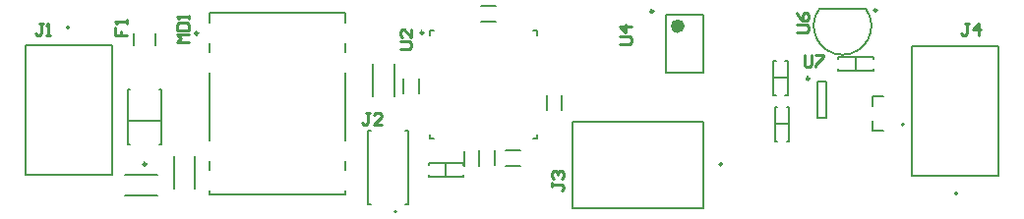
<source format=gbr>
%TF.GenerationSoftware,Altium Limited,Altium Designer,25.4.2 (15)*%
G04 Layer_Color=65535*
%FSLAX45Y45*%
%MOMM*%
%TF.SameCoordinates,D0FDF368-1468-4A38-90CB-FD56B44771C5*%
%TF.FilePolarity,Positive*%
%TF.FileFunction,Legend,Top*%
%TF.Part,Single*%
G01*
G75*
%TA.AperFunction,NonConductor*%
%ADD31C,0.25400*%
%ADD45C,0.20000*%
%ADD46C,0.25000*%
%ADD47C,0.60000*%
%ADD48C,0.12700*%
%ADD49C,0.15000*%
D31*
X5169716Y1427993D02*
X5253022D01*
X5269684Y1444655D01*
Y1477977D01*
X5253022Y1494638D01*
X5169716D01*
X5269684Y1577945D02*
X5169716D01*
X5219700Y1527961D01*
Y1594606D01*
X4585516Y237338D02*
Y204016D01*
Y220677D01*
X4668822D01*
X4685484Y204016D01*
Y187355D01*
X4668822Y170693D01*
X4602177Y270661D02*
X4585516Y287323D01*
Y320645D01*
X4602177Y337306D01*
X4618839D01*
X4635500Y320645D01*
Y303984D01*
Y320645D01*
X4652161Y337306D01*
X4668822D01*
X4685484Y320645D01*
Y287323D01*
X4668822Y270661D01*
X6756400Y1334408D02*
Y1251101D01*
X6773061Y1234440D01*
X6806384D01*
X6823045Y1251101D01*
Y1334408D01*
X6856368D02*
X6923013D01*
Y1317746D01*
X6856368Y1251101D01*
Y1234440D01*
X6693716Y1529593D02*
X6777022D01*
X6793684Y1546255D01*
Y1579577D01*
X6777022Y1596238D01*
X6693716D01*
Y1696206D02*
X6710377Y1662884D01*
X6743700Y1629561D01*
X6777022D01*
X6793684Y1646223D01*
Y1679545D01*
X6777022Y1696206D01*
X6760361D01*
X6743700Y1679545D01*
Y1629561D01*
X3277416Y1389893D02*
X3360722D01*
X3377384Y1406555D01*
Y1439877D01*
X3360722Y1456538D01*
X3277416D01*
X3377384Y1556506D02*
Y1489861D01*
X3310739Y1556506D01*
X3294077D01*
X3277416Y1539845D01*
Y1506523D01*
X3294077Y1489861D01*
X1459484Y1445571D02*
X1359516D01*
X1392839Y1478893D01*
X1359516Y1512216D01*
X1459484D01*
X1359516Y1545538D02*
X1459484D01*
Y1595522D01*
X1442822Y1612183D01*
X1376177D01*
X1359516Y1595522D01*
Y1545538D01*
X1459484Y1645506D02*
Y1678829D01*
Y1662168D01*
X1359516D01*
X1376177Y1645506D01*
X8174839Y1607385D02*
X8141516D01*
X8158177D01*
Y1524078D01*
X8141516Y1507417D01*
X8124855D01*
X8108194Y1524078D01*
X8258145Y1507417D02*
Y1607385D01*
X8208161Y1557401D01*
X8274806D01*
X3018639Y837384D02*
X2985316D01*
X3001977D01*
Y754077D01*
X2985316Y737416D01*
X2968655D01*
X2951994Y754077D01*
X3118606Y737416D02*
X3051961D01*
X3118606Y804061D01*
Y820723D01*
X3101945Y837384D01*
X3068623D01*
X3051961Y820723D01*
X203200Y1604084D02*
X169877D01*
X186539D01*
Y1520778D01*
X169877Y1504116D01*
X153216D01*
X136555Y1520778D01*
X236523Y1504116D02*
X269845D01*
X253184D01*
Y1604084D01*
X236523Y1587423D01*
X826316Y1574800D02*
Y1508155D01*
X876300D01*
Y1541477D01*
Y1508155D01*
X926284D01*
Y1608123D02*
Y1641445D01*
Y1624784D01*
X826316D01*
X842977Y1608123D01*
D45*
X7615700Y736602D02*
G03*
X7615700Y736602I-10000J0D01*
G01*
X6053300Y392800D02*
G03*
X6053300Y392800I-15000J0D01*
G01*
X6888602Y1737500D02*
G03*
X7284598Y1737500I197998J-150000D01*
G01*
X8078600Y141901D02*
G03*
X8078600Y141901I-15000J0D01*
G01*
X3248500Y-12700D02*
G03*
X3248500Y-12700I-10000J0D01*
G01*
X435000Y1572600D02*
G03*
X435000Y1572600I-15000J0D01*
G01*
X4189776Y511998D02*
X4317025D01*
X4189776Y376997D02*
X4317025D01*
X5567700Y1185098D02*
Y1685102D01*
X5887700Y1185098D02*
Y1685102D01*
X5567700D02*
X5887700D01*
X5567700Y1185098D02*
X5887700D01*
X6888602Y1737502D02*
X7284598D01*
X6873799Y1107501D02*
X6943801D01*
X6873799Y797499D02*
X6943801D01*
X6873799D02*
Y1107501D01*
X6943801Y797499D02*
Y1107501D01*
X1640799Y1699001D02*
X2803799D01*
X1640799Y130002D02*
Y166502D01*
Y341498D02*
Y420502D01*
Y595498D02*
Y1182502D01*
Y1357498D02*
Y1436502D01*
Y1611498D02*
Y1699001D01*
Y130002D02*
X2803799D01*
Y166502D01*
Y341498D02*
Y420502D01*
Y595498D02*
Y1182502D01*
Y1357498D02*
Y1436502D01*
Y1611498D02*
Y1699001D01*
X3531098Y1506901D02*
Y1544401D01*
X3568598D01*
X4423598D02*
X4461099D01*
Y1506901D02*
Y1544401D01*
Y614401D02*
Y651901D01*
X4423598Y614401D02*
X4461099D01*
X3531098D02*
Y651901D01*
Y614401D02*
X3568598D01*
X3976421Y1756603D02*
X4103665D01*
X3976421Y1621602D02*
X4103665D01*
X3306298Y1003076D02*
Y1130325D01*
X3441299Y1003076D02*
Y1130325D01*
X4538198Y864819D02*
Y992068D01*
X4673199Y864819D02*
Y992068D01*
X3826998Y380776D02*
Y508025D01*
X3961999Y380776D02*
Y508025D01*
X3227507Y980978D02*
Y1262192D01*
X3046293Y980978D02*
Y1262192D01*
X3958382Y389580D02*
Y516829D01*
X4093383Y389580D02*
Y516829D01*
X3003499Y50800D02*
Y685800D01*
X3346501Y50800D02*
Y685800D01*
X3003499D02*
X3023499D01*
X3326501D02*
X3346501D01*
X3003499Y50800D02*
X3023499D01*
X3326501D02*
X3346501D01*
X1331793Y185608D02*
Y466822D01*
X1513007Y185608D02*
Y466822D01*
X989498Y1420398D02*
Y1525402D01*
X1169502Y1420398D02*
Y1525402D01*
X939500Y765099D02*
X1219500D01*
X1204498Y1037600D02*
X1226998D01*
X932002D02*
X954502D01*
X932002Y562600D02*
Y1037600D01*
X1204498Y562600D02*
X1226998D01*
X932002D02*
X954502D01*
X1226998D02*
Y1037600D01*
X909508Y125293D02*
X1190722D01*
X909508Y306507D02*
X1190722D01*
D46*
X5457700Y1713100D02*
G03*
X5457700Y1713100I-12500J0D01*
G01*
X7382100Y1722500D02*
G03*
X7382100Y1722500I-12500J0D01*
G01*
X6801300Y1132500D02*
G03*
X6801300Y1132500I-12500J0D01*
G01*
X1538300Y1524000D02*
G03*
X1538300Y1524000I-12500J0D01*
G01*
X3478600Y1529400D02*
G03*
X3478600Y1529400I-12500J0D01*
G01*
X1092000Y395100D02*
G03*
X1092000Y395100I-12500J0D01*
G01*
D47*
X5697700Y1585100D02*
G03*
X5697700Y1585100I-30000J0D01*
G01*
D48*
X7340702Y976605D02*
X7439350D01*
X7340702Y686603D02*
X7439350D01*
X7340702D02*
Y769605D01*
Y893602D02*
Y976605D01*
X4765299Y11801D02*
Y761802D01*
X5885302Y11801D02*
Y761802D01*
X4765299D02*
X5885302D01*
X4765299Y11801D02*
X5885302D01*
X7682601Y294899D02*
Y1414902D01*
X8432602Y294899D02*
Y1414902D01*
X7682601Y294899D02*
X8432602D01*
X7682601Y1414902D02*
X8432602D01*
X800999Y299598D02*
Y1419601D01*
X50998Y299598D02*
Y1419601D01*
X800999D01*
X50998Y299598D02*
X800999D01*
D49*
X6493200Y989101D02*
X6512403D01*
X6493200D02*
Y1289101D01*
X6512403D01*
X6594003D02*
X6613200D01*
X6594003Y989101D02*
X6613200D01*
Y1289101D01*
X6493200Y1139099D02*
X6613200D01*
X6606703Y890499D02*
X6625900D01*
Y590499D02*
Y890499D01*
X6606703Y590499D02*
X6625900D01*
X6505900D02*
X6525103D01*
X6505900Y890499D02*
X6525103D01*
X6505900Y590499D02*
Y890499D01*
Y740501D02*
X6625900D01*
X3824199Y282900D02*
Y302103D01*
X3524199Y282900D02*
X3824199D01*
X3524199D02*
Y302103D01*
Y383703D02*
Y402900D01*
X3824199Y383703D02*
Y402900D01*
X3524199D02*
X3824199D01*
X3674201Y282900D02*
Y402900D01*
X7050898Y1298103D02*
Y1317300D01*
X7350902D01*
Y1298103D02*
Y1317300D01*
Y1197300D02*
Y1216503D01*
X7050898Y1197300D02*
Y1216503D01*
Y1197300D02*
X7350902D01*
X7200900D02*
Y1317300D01*
%TF.MD5,b14aa6943407eeda0f6d47efb1929bde*%
M02*

</source>
